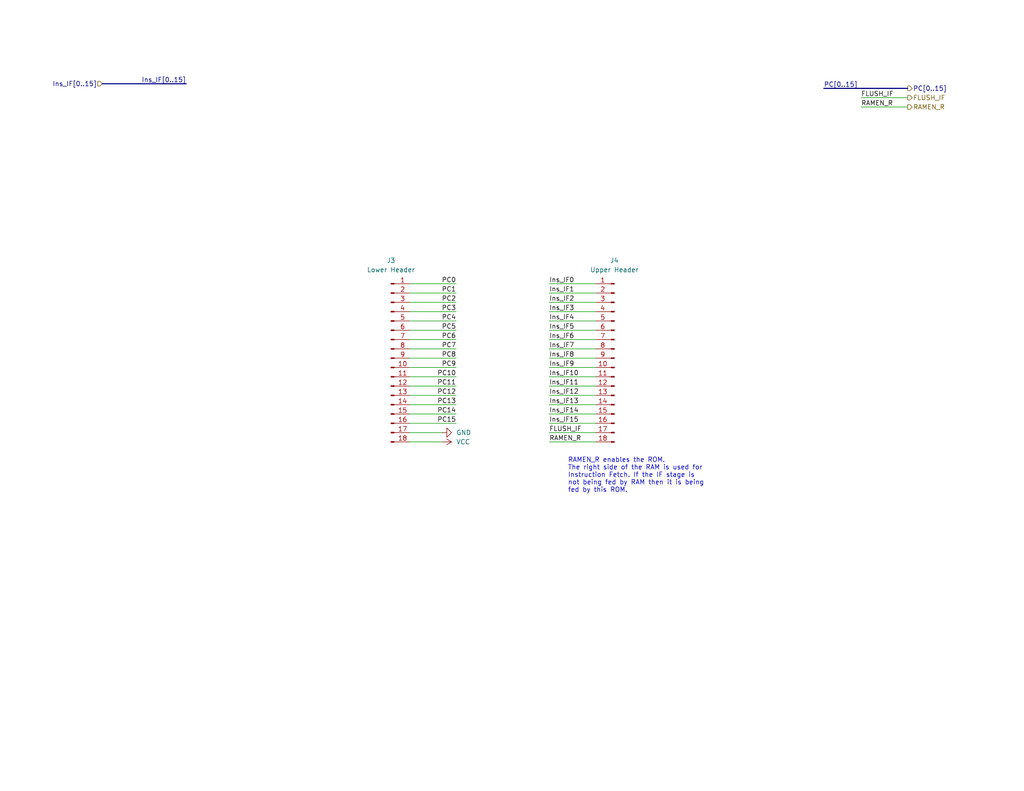
<source format=kicad_sch>
(kicad_sch (version 20250114) (generator "eeschema") (generator_version "9.0")
  (paper "USLetter")
  (title_block (date "2023-11-27") (rev "A"))
  (lib_symbols
    (symbol "Connector:Conn_01x18_Pin" (pin_names (offset 1.016) (hide yes))
      (property "Reference" "J" (at 0 22.86 0))
      (property "Value" "Conn_01x18_Pin" (at 0 -25.4 0))
      (symbol "Conn_01x18_Pin_1_1"
        (rectangle (start 0.8636 20.447) (end 0 20.193) (stroke (width 0.1524)) (fill (type outline)))
        (rectangle (start 0.8636 17.907) (end 0 17.653) (stroke (width 0.1524)) (fill (type outline)))
        (rectangle (start 0.8636 15.367) (end 0 15.113) (stroke (width 0.1524)) (fill (type outline)))
        (rectangle (start 0.8636 12.827) (end 0 12.573) (stroke (width 0.1524)) (fill (type outline)))
        (rectangle (start 0.8636 10.287) (end 0 10.033) (stroke (width 0.1524)) (fill (type outline)))
        (rectangle (start 0.8636 7.747) (end 0 7.493) (stroke (width 0.1524)) (fill (type outline)))
        (rectangle (start 0.8636 5.207) (end 0 4.953) (stroke (width 0.1524)) (fill (type outline)))
        (rectangle (start 0.8636 2.667) (end 0 2.413) (stroke (width 0.1524)) (fill (type outline)))
        (rectangle (start 0.8636 0.127) (end 0 -0.127) (stroke (width 0.1524)) (fill (type outline)))
        (rectangle (start 0.8636 -2.413) (end 0 -2.667) (stroke (width 0.1524)) (fill (type outline)))
        (rectangle (start 0.8636 -4.953) (end 0 -5.207) (stroke (width 0.1524)) (fill (type outline)))
        (rectangle (start 0.8636 -7.493) (end 0 -7.747) (stroke (width 0.1524)) (fill (type outline)))
        (rectangle (start 0.8636 -10.033) (end 0 -10.287) (stroke (width 0.1524)) (fill (type outline)))
        (rectangle (start 0.8636 -12.573) (end 0 -12.827) (stroke (width 0.1524)) (fill (type outline)))
        (rectangle (start 0.8636 -15.113) (end 0 -15.367) (stroke (width 0.1524)) (fill (type outline)))
        (rectangle (start 0.8636 -17.653) (end 0 -17.907) (stroke (width 0.1524)) (fill (type outline)))
        (rectangle (start 0.8636 -20.193) (end 0 -20.447) (stroke (width 0.1524)) (fill (type outline)))
        (rectangle (start 0.8636 -22.733) (end 0 -22.987) (stroke (width 0.1524)) (fill (type outline)))
        (polyline (pts (xy 1.27 20.32) (xy 0.8636 20.32)) (stroke (width 0.1524)))
        (polyline (pts (xy 1.27 17.78) (xy 0.8636 17.78)) (stroke (width 0.1524)))
        (polyline (pts (xy 1.27 15.24) (xy 0.8636 15.24)) (stroke (width 0.1524)))
        (polyline (pts (xy 1.27 12.7) (xy 0.8636 12.7)) (stroke (width 0.1524)))
        (polyline (pts (xy 1.27 10.16) (xy 0.8636 10.16)) (stroke (width 0.1524)))
        (polyline (pts (xy 1.27 7.62) (xy 0.8636 7.62)) (stroke (width 0.1524)))
        (polyline (pts (xy 1.27 5.08) (xy 0.8636 5.08)) (stroke (width 0.1524)))
        (polyline (pts (xy 1.27 2.54) (xy 0.8636 2.54)) (stroke (width 0.1524)))
        (polyline (pts (xy 1.27 0) (xy 0.8636 0)) (stroke (width 0.1524)))
        (polyline (pts (xy 1.27 -2.54) (xy 0.8636 -2.54)) (stroke (width 0.1524)))
        (polyline (pts (xy 1.27 -5.08) (xy 0.8636 -5.08)) (stroke (width 0.1524)))
        (polyline (pts (xy 1.27 -7.62) (xy 0.8636 -7.62)) (stroke (width 0.1524)))
        (polyline (pts (xy 1.27 -10.16) (xy 0.8636 -10.16)) (stroke (width 0.1524)))
        (polyline (pts (xy 1.27 -12.7) (xy 0.8636 -12.7)) (stroke (width 0.1524)))
        (polyline (pts (xy 1.27 -15.24) (xy 0.8636 -15.24)) (stroke (width 0.1524)))
        (polyline (pts (xy 1.27 -17.78) (xy 0.8636 -17.78)) (stroke (width 0.1524)))
        (polyline (pts (xy 1.27 -20.32) (xy 0.8636 -20.32)) (stroke (width 0.1524)))
        (polyline (pts (xy 1.27 -22.86) (xy 0.8636 -22.86)) (stroke (width 0.1524)))
        (pin passive line (at 5.08 20.32 180) (length 3.81) (name "Pin_1") (number "1"))
        (pin passive line (at 5.08 17.78 180) (length 3.81) (name "Pin_2") (number "2"))
        (pin passive line (at 5.08 15.24 180) (length 3.81) (name "Pin_3") (number "3"))
        (pin passive line (at 5.08 12.7 180) (length 3.81) (name "Pin_4") (number "4"))
        (pin passive line (at 5.08 10.16 180) (length 3.81) (name "Pin_5") (number "5"))
        (pin passive line (at 5.08 7.62 180) (length 3.81) (name "Pin_6") (number "6"))
        (pin passive line (at 5.08 5.08 180) (length 3.81) (name "Pin_7") (number "7"))
        (pin passive line (at 5.08 2.54 180) (length 3.81) (name "Pin_8") (number "8"))
        (pin passive line (at 5.08 0 180) (length 3.81) (name "Pin_9") (number "9"))
        (pin passive line (at 5.08 -2.54 180) (length 3.81) (name "Pin_10") (number "10"))
        (pin passive line (at 5.08 -5.08 180) (length 3.81) (name "Pin_11") (number "11"))
        (pin passive line (at 5.08 -7.62 180) (length 3.81) (name "Pin_12") (number "12"))
        (pin passive line (at 5.08 -10.16 180) (length 3.81) (name "Pin_13") (number "13"))
        (pin passive line (at 5.08 -12.7 180) (length 3.81) (name "Pin_14") (number "14"))
        (pin passive line (at 5.08 -15.24 180) (length 3.81) (name "Pin_15") (number "15"))
        (pin passive line (at 5.08 -17.78 180) (length 3.81) (name "Pin_16") (number "16"))
        (pin passive line (at 5.08 -20.32 180) (length 3.81) (name "Pin_17") (number "17"))
        (pin passive line (at 5.08 -22.86 180) (length 3.81) (name "Pin_18") (number "18"))
      )
    )
    (symbol "power:GND" (power) (pin_names (offset 0))
      (property "Value" "GND" (at 0 -3.81 0))
      (symbol "GND_0_1"
        (polyline (pts (xy 0 0) (xy 0 -1.27) (xy 1.27 -1.27) (xy 0 -2.54) (xy -1.27 -1.27) (xy 0 -1.27)))
      )
      (symbol "GND_1_1"
        (pin power_in line (at 0 0 270) (length 0) (hide yes) (name "GND") (number "1"))
      )
    )
    (symbol "power:VCC" (power) (pin_names (offset 0))
      (property "Value" "VCC" (at 0 3.81 0))
      (symbol "VCC_0_1"
        (polyline (pts (xy -0.762 1.27) (xy 0 2.54)))
        (polyline (pts (xy 0 2.54) (xy 0.762 1.27)))
        (polyline (pts (xy 0 0) (xy 0 2.54)))
      )
      (symbol "VCC_1_1"
        (pin power_in line (at 0 0 90) (length 0) (hide yes) (name "VCC") (number "1"))
      )
    )
  )
  (text "RAMEN_R enables the ROM.\nThe right side of the RAM is used for\nInstruction Fetch. If the IF stage is\nnot being fed by RAM then it is being\nfed by this ROM." (at 154.94 134.62 0) (effects (font (size 1.27 1.27)) (justify left bottom)))
  (wire (pts (xy 124.46 85.09) (xy 111.76 85.09)))
  (wire (pts (xy 149.86 77.47) (xy 162.56 77.47)))
  (wire (pts (xy 149.86 80.01) (xy 162.56 80.01)))
  (wire (pts (xy 149.86 82.55) (xy 162.56 82.55)))
  (wire (pts (xy 149.86 115.57) (xy 162.56 115.57)))
  (wire (pts (xy 149.86 118.11) (xy 162.56 118.11)))
  (wire (pts (xy 149.86 85.09) (xy 162.56 85.09)))
  (wire (pts (xy 124.46 100.33) (xy 111.76 100.33)))
  (wire (pts (xy 149.86 113.03) (xy 162.56 113.03)))
  (wire (pts (xy 124.46 80.01) (xy 111.76 80.01)))
  (wire (pts (xy 149.86 87.63) (xy 162.56 87.63)))
  (wire (pts (xy 124.46 87.63) (xy 111.76 87.63)))
  (wire (pts (xy 149.86 102.87) (xy 162.56 102.87)))
  (wire (pts (xy 124.46 113.03) (xy 111.76 113.03)))
  (bus (pts (xy 247.65 24.13) (xy 224.79 24.13)))
  (wire (pts (xy 149.86 100.33) (xy 162.56 100.33)))
  (wire (pts (xy 234.95 26.67) (xy 247.65 26.67)))
  (wire (pts (xy 149.86 120.65) (xy 162.56 120.65)))
  (wire (pts (xy 124.46 107.95) (xy 111.76 107.95)))
  (bus (pts (xy 27.94 22.86) (xy 50.8 22.86)))
  (wire (pts (xy 149.86 107.95) (xy 162.56 107.95)))
  (wire (pts (xy 124.46 82.55) (xy 111.76 82.55)))
  (wire (pts (xy 111.76 120.65) (xy 120.65 120.65)))
  (wire (pts (xy 124.46 110.49) (xy 111.76 110.49)))
  (wire (pts (xy 149.86 92.71) (xy 162.56 92.71)))
  (wire (pts (xy 149.86 110.49) (xy 162.56 110.49)))
  (wire (pts (xy 111.76 118.11) (xy 120.65 118.11)))
  (wire (pts (xy 124.46 90.17) (xy 111.76 90.17)))
  (wire (pts (xy 124.46 77.47) (xy 111.76 77.47)))
  (wire (pts (xy 234.95 29.21) (xy 247.65 29.21)))
  (wire (pts (xy 124.46 105.41) (xy 111.76 105.41)))
  (wire (pts (xy 124.46 102.87) (xy 111.76 102.87)))
  (wire (pts (xy 149.86 95.25) (xy 162.56 95.25)))
  (wire (pts (xy 124.46 92.71) (xy 111.76 92.71)))
  (wire (pts (xy 149.86 90.17) (xy 162.56 90.17)))
  (wire (pts (xy 149.86 97.79) (xy 162.56 97.79)))
  (wire (pts (xy 149.86 105.41) (xy 162.56 105.41)))
  (wire (pts (xy 124.46 115.57) (xy 111.76 115.57)))
  (wire (pts (xy 124.46 95.25) (xy 111.76 95.25)))
  (wire (pts (xy 124.46 97.79) (xy 111.76 97.79)))
  (label "PC1" (at 124.46 80.01 180))
  (label "PC12" (at 124.46 107.95 180))
  (label "Ins_IF11" (at 149.86 105.41 0))
  (label "PC9" (at 124.46 100.33 180))
  (label "PC2" (at 124.46 82.55 180))
  (label "PC[0..15]" (at 224.79 24.13 0))
  (label "Ins_IF5" (at 149.86 90.17 0))
  (label "PC7" (at 124.46 95.25 180))
  (label "PC4" (at 124.46 87.63 180))
  (label "Ins_IF[0..15]" (at 50.8 22.86 180))
  (label "RAMEN_R" (at 234.95 29.21 0))
  (label "Ins_IF14" (at 149.86 113.03 0))
  (label "FLUSH_IF" (at 234.95 26.67 0))
  (label "PC3" (at 124.46 85.09 180))
  (label "Ins_IF13" (at 149.86 110.49 0))
  (label "FLUSH_IF" (at 149.86 118.11 0))
  (label "PC8" (at 124.46 97.79 180))
  (label "PC14" (at 124.46 113.03 180))
  (label "PC13" (at 124.46 110.49 180))
  (label "Ins_IF6" (at 149.86 92.71 0))
  (label "Ins_IF1" (at 149.86 80.01 0))
  (label "PC6" (at 124.46 92.71 180))
  (label "Ins_IF7" (at 149.86 95.25 0))
  (label "Ins_IF0" (at 149.86 77.47 0))
  (label "Ins_IF8" (at 149.86 97.79 0))
  (label "RAMEN_R" (at 149.86 120.65 0))
  (label "Ins_IF9" (at 149.86 100.33 0))
  (label "PC10" (at 124.46 102.87 180))
  (label "PC11" (at 124.46 105.41 180))
  (label "PC5" (at 124.46 90.17 180))
  (label "Ins_IF3" (at 149.86 85.09 0))
  (label "Ins_IF15" (at 149.86 115.57 0))
  (label "Ins_IF2" (at 149.86 82.55 0))
  (label "PC15" (at 124.46 115.57 180))
  (label "Ins_IF4" (at 149.86 87.63 0))
  (label "Ins_IF12" (at 149.86 107.95 0))
  (label "Ins_IF10" (at 149.86 102.87 0))
  (label "PC0" (at 124.46 77.47 180))
  (hierarchical_label "RAMEN_R" (shape output) (at 247.65 29.21 0))
  (hierarchical_label "Ins_IF[0..15]" (shape input) (at 27.94 22.86 180))
  (hierarchical_label "PC[0..15]" (shape output) (at 247.65 24.13 0))
  (hierarchical_label "FLUSH_IF" (shape output) (at 247.65 26.67 0))
  (symbol (lib_id "Connector:Conn_01x18_Pin") (at 106.68 97.79 0) (unit 1)
    (property "Reference" "J3" (at 106.68 71.12 0))
    (property "Value" "Lower Header" (at 106.68 73.66 0))
    (property "Footprint" "Connector_PinHeader_2.54mm:PinHeader_1x18_P2.54mm_Vertical" (effects (hide yes)))
  )
  (symbol (lib_id "power:GND") (at 120.65 118.11 90) (unit 1)
    (property "Reference" "#PWR079" (effects (hide yes)))
    (property "Value" "GND" (at 124.46 118.11 90) (effects (justify right)))
  )
  (symbol (lib_id "Connector:Conn_01x18_Pin") (at 167.64 97.79 0) (mirror y) (unit 1)
    (property "Reference" "J4" (at 167.64 71.12 0))
    (property "Value" "Upper Header" (at 167.64 73.66 0))
    (property "Footprint" "Connector_PinHeader_2.54mm:PinHeader_1x18_P2.54mm_Vertical" (effects (hide yes)))
  )
  (symbol (lib_id "power:VCC") (at 120.65 120.65 270) (unit 1)
    (property "Reference" "#PWR080" (effects (hide yes)))
    (property "Value" "VCC" (at 124.46 120.65 90) (effects (justify left)))
  )
)
</source>
